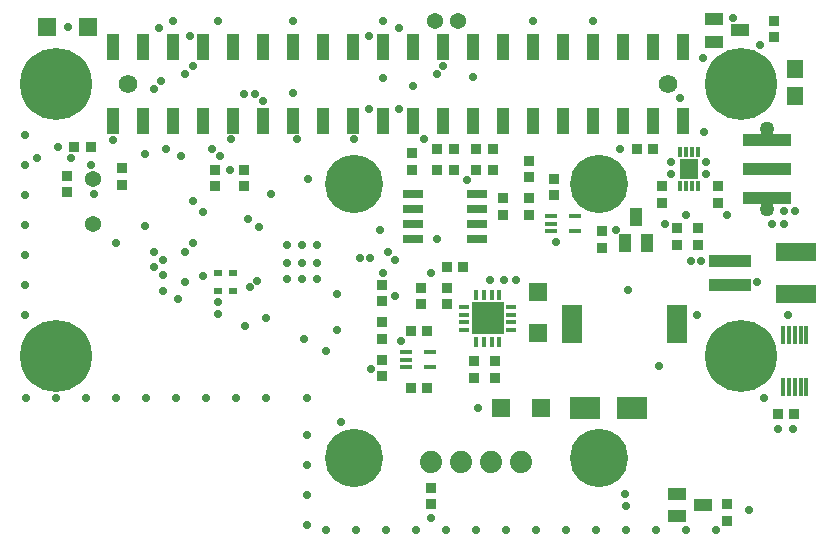
<source format=gts>
*%FSLAX23Y23*%
*%MOIN*%
G01*
%ADD11C,0.000*%
%ADD12C,0.001*%
%ADD13C,0.002*%
%ADD14C,0.006*%
%ADD15C,0.007*%
%ADD16C,0.007*%
%ADD17C,0.008*%
%ADD18C,0.010*%
%ADD19C,0.012*%
%ADD20C,0.015*%
%ADD21C,0.018*%
%ADD22C,0.022*%
%ADD23C,0.024*%
%ADD24C,0.025*%
%ADD25C,0.029*%
%ADD26C,0.031*%
%ADD27C,0.031*%
%ADD28C,0.035*%
%ADD29C,0.035*%
%ADD30C,0.039*%
%ADD31C,0.039*%
%ADD32C,0.046*%
%ADD33C,0.047*%
%ADD34C,0.050*%
%ADD35C,0.051*%
%ADD36C,0.051*%
%ADD37C,0.054*%
%ADD38C,0.055*%
%ADD39C,0.058*%
%ADD40C,0.059*%
%ADD41C,0.059*%
%ADD42C,0.062*%
%ADD43C,0.067*%
%ADD44C,0.070*%
%ADD45C,0.074*%
%ADD46C,0.100*%
%ADD47C,0.108*%
%ADD48C,0.108*%
%ADD49C,0.120*%
%ADD50C,0.128*%
%ADD51C,0.128*%
%ADD52C,0.190*%
%ADD53C,0.194*%
%ADD54C,0.236*%
%ADD55C,0.240*%
%ADD56R,0.011X0.030*%
%ADD57R,0.012X0.030*%
%ADD58R,0.012X0.057*%
%ADD59R,0.014X0.033*%
%ADD60R,0.015X0.034*%
%ADD61R,0.016X0.034*%
%ADD62R,0.016X0.061*%
%ADD63R,0.018X0.037*%
%ADD64R,0.020X0.025*%
%ADD65R,0.021X0.021*%
%ADD66R,0.024X0.029*%
%ADD67R,0.025X0.020*%
%ADD68R,0.029X0.024*%
%ADD69R,0.030X0.011*%
%ADD70R,0.030X0.030*%
%ADD71R,0.031X0.031*%
%ADD72R,0.033X0.014*%
%ADD73R,0.034X0.015*%
%ADD74R,0.034X0.034*%
%ADD75R,0.035X0.035*%
%ADD76R,0.037X0.014*%
%ADD77R,0.037X0.018*%
%ADD78R,0.039X0.055*%
%ADD79R,0.039X0.014*%
%ADD80R,0.040X0.083*%
%ADD81R,0.041X0.018*%
%ADD82R,0.043X0.059*%
%ADD83R,0.043X0.018*%
%ADD84R,0.044X0.087*%
%ADD85R,0.047X0.055*%
%ADD86R,0.050X0.060*%
%ADD87R,0.051X0.071*%
%ADD88R,0.051X0.059*%
%ADD89R,0.054X0.064*%
%ADD90R,0.055X0.039*%
%ADD91R,0.055X0.075*%
%ADD92R,0.057X0.067*%
%ADD93R,0.059X0.043*%
%ADD94R,0.060X0.060*%
%ADD95R,0.061X0.024*%
%ADD96R,0.061X0.051*%
%ADD97R,0.061X0.071*%
%ADD98R,0.063X0.039*%
%ADD99R,0.063X0.126*%
%ADD100R,0.064X0.064*%
%ADD101R,0.065X0.028*%
%ADD102R,0.065X0.055*%
%ADD103R,0.067X0.043*%
%ADD104R,0.067X0.130*%
%ADD105R,0.085X0.030*%
%ADD106R,0.089X0.034*%
%ADD107R,0.094X0.030*%
%ADD108R,0.098X0.070*%
%ADD109R,0.098X0.034*%
%ADD110R,0.102X0.074*%
%ADD111R,0.104X0.104*%
%ADD112R,0.108X0.108*%
%ADD113R,0.134X0.059*%
%ADD114R,0.138X0.039*%
%ADD115R,0.138X0.063*%
%ADD116R,0.142X0.043*%
%ADD117R,0.169X0.169*%
%ADD118R,0.173X0.173*%
%ADD119R,0.250X0.250*%
D22*
X10792Y8234D02*
D03*
Y8274D02*
D03*
X10806Y8254D02*
D03*
X10821Y8234D02*
D03*
Y8274D02*
D03*
X10172Y7784D02*
D03*
Y7734D02*
D03*
X10137Y7784D02*
D03*
Y7734D02*
D03*
X10097Y7784D02*
D03*
Y7734D02*
D03*
D25*
X11157Y8114D02*
D03*
X11151Y7388D02*
D03*
X10952Y8759D02*
D03*
X11042Y8669D02*
D03*
X11122Y8114D02*
D03*
X11032Y7879D02*
D03*
X11136Y7768D02*
D03*
X11101Y7388D02*
D03*
X11121Y8073D02*
D03*
X11081D02*
D03*
X11006Y7118D02*
D03*
X11056Y7493D02*
D03*
X10852Y8624D02*
D03*
X10931Y8103D02*
D03*
X10861Y8238D02*
D03*
Y8278D02*
D03*
X10856Y8378D02*
D03*
X10776Y8493D02*
D03*
X10796Y8103D02*
D03*
X10832Y7769D02*
D03*
X10896Y7053D02*
D03*
X10796D02*
D03*
X10811Y7948D02*
D03*
X10846D02*
D03*
X10746Y8278D02*
D03*
Y8238D02*
D03*
X10576Y8323D02*
D03*
X10696Y7053D02*
D03*
X10596D02*
D03*
X10706Y7598D02*
D03*
X10726Y8073D02*
D03*
X10601Y7853D02*
D03*
X10561Y8053D02*
D03*
X10596Y7133D02*
D03*
X10591Y7173D02*
D03*
X10486Y8748D02*
D03*
X10496Y7053D02*
D03*
X10396D02*
D03*
X10361Y8013D02*
D03*
X10286Y8748D02*
D03*
X10296Y7053D02*
D03*
X10196D02*
D03*
X10187Y7884D02*
D03*
X10227D02*
D03*
X10086Y8563D02*
D03*
X10066Y8218D02*
D03*
X9986Y8598D02*
D03*
X10096Y7053D02*
D03*
X9996D02*
D03*
X10142Y7884D02*
D03*
X10102Y7459D02*
D03*
X9966Y8573D02*
D03*
X9786Y8748D02*
D03*
X9886Y8533D02*
D03*
X9786Y8558D02*
D03*
X9922Y8354D02*
D03*
X9837Y8454D02*
D03*
Y8724D02*
D03*
X9896Y7053D02*
D03*
X9796D02*
D03*
X9946Y7093D02*
D03*
Y7908D02*
D03*
X9966Y8023D02*
D03*
X9826Y7833D02*
D03*
X9846Y7683D02*
D03*
X9776Y8053D02*
D03*
X9786Y7908D02*
D03*
X9826Y7953D02*
D03*
X9801Y7978D02*
D03*
X9687Y8354D02*
D03*
X9737Y8454D02*
D03*
Y8699D02*
D03*
X9696Y7053D02*
D03*
X9596D02*
D03*
X9746Y7588D02*
D03*
X9596Y7648D02*
D03*
X9631Y7718D02*
D03*
Y7838D02*
D03*
X9646Y7413D02*
D03*
X9707Y7959D02*
D03*
X9742D02*
D03*
X9536Y8223D02*
D03*
X9386Y8483D02*
D03*
X9486Y8508D02*
D03*
X9411Y8173D02*
D03*
X9486Y8748D02*
D03*
X9497Y8354D02*
D03*
X9531Y7493D02*
D03*
Y7068D02*
D03*
Y7168D02*
D03*
Y7268D02*
D03*
Y7368D02*
D03*
X9396Y7493D02*
D03*
X9516Y7943D02*
D03*
X9566Y7888D02*
D03*
Y7943D02*
D03*
Y8003D02*
D03*
X9516Y7888D02*
D03*
Y8003D02*
D03*
X9396Y7758D02*
D03*
X9466Y7888D02*
D03*
Y7943D02*
D03*
Y8003D02*
D03*
X9522Y7689D02*
D03*
X9241Y8298D02*
D03*
X9276Y8253D02*
D03*
X9216Y8323D02*
D03*
X9236Y8748D02*
D03*
X9186Y8113D02*
D03*
X9277Y8354D02*
D03*
X9322Y8504D02*
D03*
X9357D02*
D03*
X9296Y7493D02*
D03*
X9196D02*
D03*
X9326Y7733D02*
D03*
X9366Y7883D02*
D03*
X9341Y7863D02*
D03*
X9336Y8088D02*
D03*
X9371Y8063D02*
D03*
X9236Y7813D02*
D03*
Y7773D02*
D03*
X9186Y7898D02*
D03*
X9151Y8598D02*
D03*
X9126Y8573D02*
D03*
X9151Y8148D02*
D03*
X9111Y8298D02*
D03*
X9061Y8323D02*
D03*
X9046Y8548D02*
D03*
X9086Y8748D02*
D03*
X9021Y8523D02*
D03*
X9142Y8699D02*
D03*
X9037Y8724D02*
D03*
X8992Y8304D02*
D03*
X9096Y7493D02*
D03*
X8996D02*
D03*
X9151Y8008D02*
D03*
X9126Y7978D02*
D03*
Y7878D02*
D03*
X9101Y7823D02*
D03*
X9051Y7848D02*
D03*
X9021Y7928D02*
D03*
Y7978D02*
D03*
X9051Y7903D02*
D03*
Y7953D02*
D03*
X8992Y8064D02*
D03*
X8886Y8353D02*
D03*
X8896Y7493D02*
D03*
Y8008D02*
D03*
X8811Y8268D02*
D03*
X8821Y8173D02*
D03*
X8796Y7493D02*
D03*
X8746Y8293D02*
D03*
X8736Y8728D02*
D03*
X8631Y8293D02*
D03*
X8701Y8328D02*
D03*
X8696Y7493D02*
D03*
X8591Y8368D02*
D03*
Y8268D02*
D03*
Y8168D02*
D03*
Y8068D02*
D03*
Y7968D02*
D03*
Y7868D02*
D03*
Y7768D02*
D03*
X8596Y7493D02*
D03*
D34*
X11066Y8389D02*
D03*
X11066Y8121D02*
D03*
D37*
X8819Y8221D02*
D03*
X8819Y8071D02*
D03*
X10036Y8748D02*
D03*
X9957D02*
D03*
D42*
X10736Y8538D02*
D03*
X8936Y8538D02*
D03*
D45*
X9946Y7278D02*
D03*
X10046D02*
D03*
X10146D02*
D03*
X10246D02*
D03*
D53*
X10505Y8205D02*
D03*
X10506Y7293D02*
D03*
X9690Y8205D02*
D03*
Y7292D02*
D03*
D55*
X10978Y8538D02*
D03*
X10978Y7633D02*
D03*
X8695Y8538D02*
D03*
Y7633D02*
D03*
D61*
X10776Y8312D02*
D03*
X10796D02*
D03*
X10815D02*
D03*
X10835D02*
D03*
Y8198D02*
D03*
X10815D02*
D03*
X10796D02*
D03*
X10776Y8198D02*
D03*
D62*
X11196Y7530D02*
D03*
X11177D02*
D03*
X11157D02*
D03*
X11137D02*
D03*
X11118D02*
D03*
Y7703D02*
D03*
X11137Y7703D02*
D03*
X11157D02*
D03*
X11177Y7703D02*
D03*
X11196Y7703D02*
D03*
D63*
X10173Y7680D02*
D03*
X10147D02*
D03*
X10121D02*
D03*
X10096D02*
D03*
Y7835D02*
D03*
X10121D02*
D03*
X10147D02*
D03*
X10173D02*
D03*
D68*
X9286Y7908D02*
D03*
X9236D02*
D03*
X9286Y7848D02*
D03*
X9236D02*
D03*
D74*
X10931Y7138D02*
D03*
Y7083D02*
D03*
X11101Y7438D02*
D03*
X11156D02*
D03*
X8731Y8178D02*
D03*
Y8233D02*
D03*
X8756Y8328D02*
D03*
X8811D02*
D03*
X8916Y8203D02*
D03*
Y8258D02*
D03*
X9226Y8198D02*
D03*
Y8253D02*
D03*
X9321Y8198D02*
D03*
Y8253D02*
D03*
X11087Y8749D02*
D03*
Y8694D02*
D03*
X10631Y8323D02*
D03*
X10686D02*
D03*
X10716Y8143D02*
D03*
Y8198D02*
D03*
X10901Y8143D02*
D03*
Y8198D02*
D03*
X10836Y8058D02*
D03*
Y8003D02*
D03*
X10766Y8058D02*
D03*
Y8003D02*
D03*
X10516Y8048D02*
D03*
Y7993D02*
D03*
X10271Y8228D02*
D03*
Y8283D02*
D03*
X10356Y8168D02*
D03*
Y8223D02*
D03*
X10271Y8103D02*
D03*
Y8158D02*
D03*
X10186D02*
D03*
Y8103D02*
D03*
X10151Y8253D02*
D03*
X10096D02*
D03*
X10151Y8323D02*
D03*
X10096D02*
D03*
X10021D02*
D03*
X9966D02*
D03*
Y8253D02*
D03*
X10021D02*
D03*
X9881D02*
D03*
Y8308D02*
D03*
X9782Y7814D02*
D03*
Y7869D02*
D03*
X9912Y7859D02*
D03*
Y7804D02*
D03*
X9997Y7929D02*
D03*
X10052D02*
D03*
X9997Y7804D02*
D03*
Y7859D02*
D03*
X9946Y7193D02*
D03*
Y7138D02*
D03*
X10157Y7559D02*
D03*
Y7614D02*
D03*
X10087Y7559D02*
D03*
Y7614D02*
D03*
X9877Y7524D02*
D03*
X9932D02*
D03*
X9877Y7714D02*
D03*
X9932D02*
D03*
X9782Y7689D02*
D03*
Y7744D02*
D03*
Y7564D02*
D03*
Y7619D02*
D03*
D77*
X10056Y7719D02*
D03*
Y7745D02*
D03*
Y7770D02*
D03*
Y7796D02*
D03*
X10212D02*
D03*
Y7770D02*
D03*
Y7745D02*
D03*
X10212Y7719D02*
D03*
D81*
X10346Y8098D02*
D03*
X10426D02*
D03*
Y8048D02*
D03*
X10346D02*
D03*
Y8073D02*
D03*
X9862Y7644D02*
D03*
X9942D02*
D03*
Y7594D02*
D03*
X9862D02*
D03*
Y7619D02*
D03*
D82*
X10628Y8095D02*
D03*
X10666Y8008D02*
D03*
X10591D02*
D03*
D84*
X8886Y8416D02*
D03*
X8986D02*
D03*
X9086D02*
D03*
X9186D02*
D03*
X9286D02*
D03*
X9386D02*
D03*
X9486D02*
D03*
X9586D02*
D03*
X9686D02*
D03*
X9786D02*
D03*
X9886D02*
D03*
X9986D02*
D03*
X10086D02*
D03*
X10186D02*
D03*
X10286D02*
D03*
X10386D02*
D03*
X10486D02*
D03*
X10586D02*
D03*
X10686D02*
D03*
X10786D02*
D03*
X8885Y8661D02*
D03*
X8986D02*
D03*
X9086D02*
D03*
X9185D02*
D03*
X9286D02*
D03*
X9385D02*
D03*
X9486D02*
D03*
X9586D02*
D03*
X9685D02*
D03*
X9786D02*
D03*
X9886D02*
D03*
X9986D02*
D03*
X10086D02*
D03*
X10186D02*
D03*
X10286D02*
D03*
X10386D02*
D03*
X10486D02*
D03*
X10586D02*
D03*
X10686D02*
D03*
X10786D02*
D03*
D89*
X11157Y8499D02*
D03*
Y8589D02*
D03*
D93*
X10853Y7136D02*
D03*
X10766Y7098D02*
D03*
Y7173D02*
D03*
X10887Y8754D02*
D03*
Y8679D02*
D03*
X10974Y8717D02*
D03*
D97*
X10806Y8255D02*
D03*
D100*
X8801Y8728D02*
D03*
X8666D02*
D03*
X10312Y7459D02*
D03*
X10177D02*
D03*
X10302Y7709D02*
D03*
Y7844D02*
D03*
D101*
X10098Y8022D02*
D03*
Y8072D02*
D03*
Y8122D02*
D03*
Y8172D02*
D03*
X9886Y8022D02*
D03*
Y8072D02*
D03*
Y8122D02*
D03*
Y8172D02*
D03*
D103*
X11112Y8353D02*
D03*
X11065D02*
D03*
X11018D02*
D03*
X11112Y8255D02*
D03*
X11061D02*
D03*
X11018D02*
D03*
X11112Y8157D02*
D03*
X11066D02*
D03*
X11018D02*
D03*
D104*
X10416Y7740D02*
D03*
X10766D02*
D03*
D110*
X10457Y7459D02*
D03*
X10614D02*
D03*
D112*
X10134Y7758D02*
D03*
D115*
X11161Y7840D02*
D03*
Y7978D02*
D03*
D116*
X10943Y7948D02*
D03*
Y7870D02*
D03*
M02*

</source>
